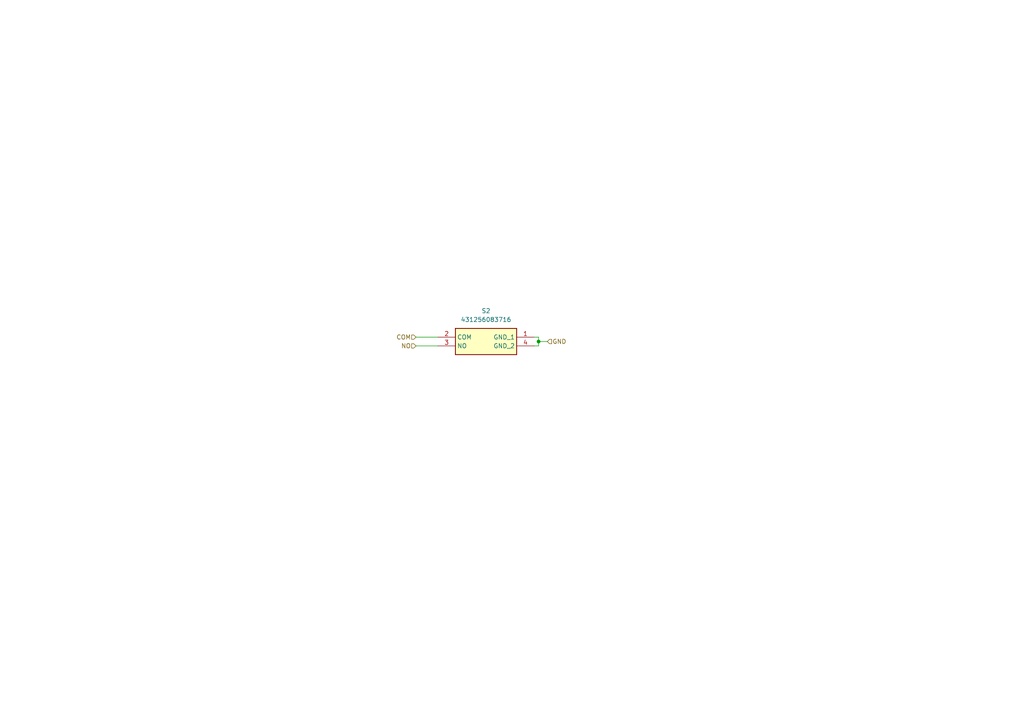
<source format=kicad_sch>
(kicad_sch (version 20250114) (generator "eeschema") (generator_version "9.0")
  (paper "A4")
  (lib_symbols
    (symbol "symbols:431256083716"
      (property "Reference" "S" (at 24.13 7.62 0))
      (property "Value" "431256083716" (at 24.13 5.08 0))
      (symbol "431256083716_1_1"
        (rectangle (start 5.08 2.54) (end 22.86 -5.08) (stroke (width 0.254)) (fill (type background)))
        (pin passive line (at 0 0 0) (length 5.08) (name "COM") (number "2"))
        (pin passive line (at 0 -2.54 0) (length 5.08) (name "NO") (number "3"))
        (pin passive line (at 27.94 0 180) (length 5.08) (name "GND_1") (number "1"))
        (pin passive line (at 27.94 -2.54 180) (length 5.08) (name "GND_2") (number "4"))
      )
    )
  )
  (junction (at 156.21 99.06))
  (wire (pts (xy 156.21 100.33) (xy 156.21 99.06)))
  (wire (pts (xy 120.65 97.79) (xy 127 97.79)))
  (wire (pts (xy 154.94 100.33) (xy 156.21 100.33)))
  (wire (pts (xy 156.21 97.79) (xy 156.21 99.06)))
  (wire (pts (xy 154.94 97.79) (xy 156.21 97.79)))
  (wire (pts (xy 120.65 100.33) (xy 127 100.33)))
  (wire (pts (xy 158.75 99.06) (xy 156.21 99.06)))
  (hierarchical_label "GND" (shape input) (at 158.75 99.06 0))
  (hierarchical_label "NO" (shape input) (at 120.65 100.33 180))
  (hierarchical_label "COM" (shape input) (at 120.65 97.79 180))
  (symbol (lib_id "symbols:431256083716") (at 127 97.79 0) (unit 1)
    (property "Reference" "S2" (at 140.97 90.17 0))
    (property "Value" "431256083716" (at 140.97 92.71 0))
    (property "Footprint" "431256083716" (effects (hide yes)))
    (property "Datasheet" "https://www.we-online.com/catalog/datasheet/431256083716.pdf" (effects (hide yes)))
    (property "Description" "WS-TATU Tact Switch 6*6mm right angle Tact switch,THT, height 8.35mm, black actuator, 160gf, Bulk" (effects (hide yes)))
    (property "Height" "8.35" (effects (hide yes)))
    (property "Mouser Part Number" "710-431256083716" (effects (hide yes)))
    (property "Mouser Price/Stock" "https://www.mouser.co.uk/ProductDetail/Wurth-Elektronik/431256083716?qs=wr8lucFkNMWLQqyN3RRiwA%3D%3D" (effects (hide yes)))
    (property "Manufacturer_Name" "Wurth Elektronik" (effects (hide yes)))
    (property "Manufacturer_Part_Number" "431256083716" (effects (hide yes)))
  )
)
</source>
